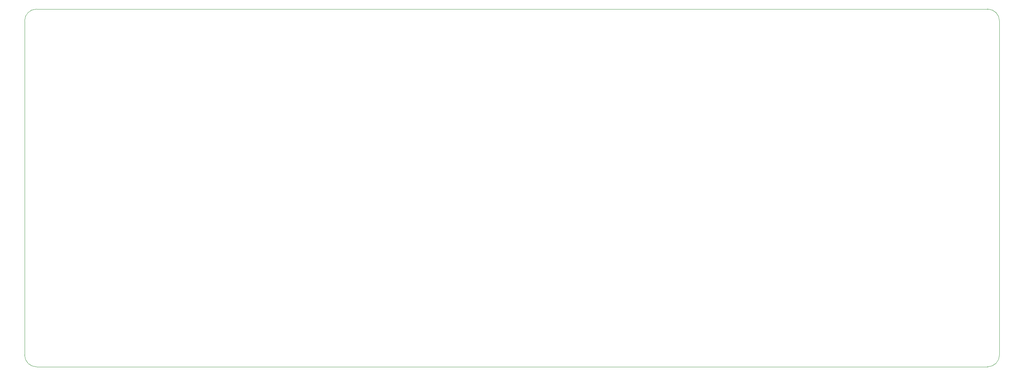
<source format=gbr>
%TF.GenerationSoftware,KiCad,Pcbnew,7.0.1*%
%TF.CreationDate,2023-04-30T14:25:04+01:00*%
%TF.ProjectId,40key,34306b65-792e-46b6-9963-61645f706362,rev?*%
%TF.SameCoordinates,Original*%
%TF.FileFunction,Profile,NP*%
%FSLAX46Y46*%
G04 Gerber Fmt 4.6, Leading zero omitted, Abs format (unit mm)*
G04 Created by KiCad (PCBNEW 7.0.1) date 2023-04-30 14:25:04*
%MOMM*%
%LPD*%
G01*
G04 APERTURE LIST*
%TA.AperFunction,Profile*%
%ADD10C,0.100000*%
%TD*%
G04 APERTURE END LIST*
D10*
X36195001Y-34766251D02*
X264795000Y-34766250D01*
X36195001Y-34766251D02*
G75*
G03*
X33337501Y-37623751I-1J-2857499D01*
G01*
X264794999Y-120967499D02*
G75*
G03*
X267652499Y-118109999I1J2857499D01*
G01*
X264794999Y-120967499D02*
X36195001Y-120967499D01*
X267652500Y-37623750D02*
X267652499Y-118109999D01*
X33337501Y-118109999D02*
G75*
G03*
X36195001Y-120967499I2857499J-1D01*
G01*
X33337501Y-118109999D02*
X33337501Y-37623751D01*
X267652450Y-37623750D02*
G75*
G03*
X264795000Y-34766250I-2857450J50D01*
G01*
M02*

</source>
